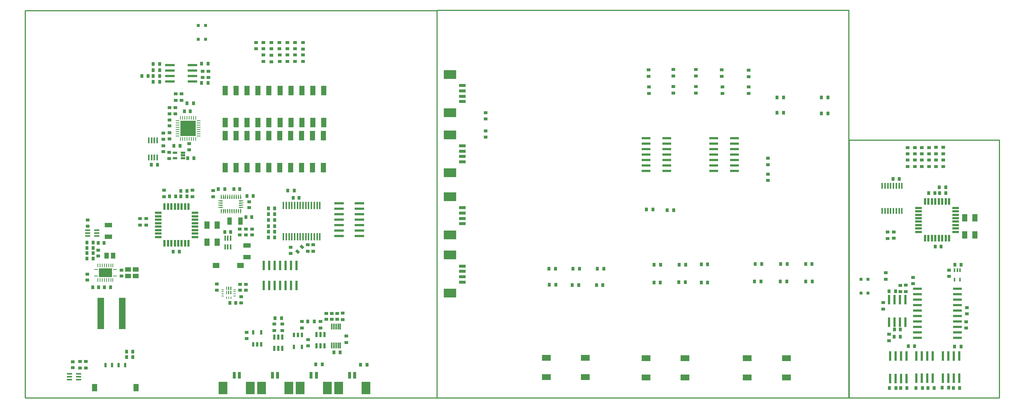
<source format=gtp>
G04*
G04 #@! TF.GenerationSoftware,Altium Limited,Altium Designer,18.1.9 (240)*
G04*
G04 Layer_Color=8421504*
%FSLAX44Y44*%
%MOMM*%
G71*
G01*
G75*
%ADD10R,0.9000X0.7000*%
%ADD11R,1.6000X0.8000*%
%ADD12R,3.0000X2.1000*%
%ADD13R,0.7000X0.9000*%
%ADD14R,2.0574X0.6096*%
%ADD15R,2.1000X1.4000*%
%ADD16C,0.2540*%
%ADD17R,0.8000X0.9000*%
%ADD18R,0.9000X0.8000*%
%ADD19R,0.4000X0.8500*%
%ADD20R,0.4500X1.4000*%
%ADD21R,0.6000X2.2000*%
%ADD22R,1.5000X0.5500*%
%ADD23R,0.5500X1.5000*%
%ADD24R,0.7500X0.7000*%
%ADD25R,1.2000X1.8000*%
%ADD26R,2.0000X0.6000*%
%ADD27R,0.8000X1.6000*%
%ADD28R,2.1000X3.0000*%
%ADD29R,0.6000X1.0000*%
%ADD30R,1.2500X1.8000*%
%ADD31R,1.1000X1.4000*%
%ADD32R,1.4000X1.1000*%
%ADD33R,0.2600X0.9000*%
%ADD34R,0.9000X0.2600*%
%ADD35R,3.0700X2.0700*%
%ADD36R,2.1844X0.5588*%
%ADD37R,0.5588X2.1844*%
%ADD38R,2.2000X0.6000*%
%ADD39R,1.1684X0.3556*%
%ADD40R,0.3556X1.1684*%
%ADD41R,1.2700X2.2600*%
%ADD42R,1.5000X1.2000*%
%ADD43R,1.6000X7.3500*%
%ADD45R,0.6000X0.2400*%
%ADD46R,0.2400X0.6000*%
G04:AMPARAMS|DCode=47|XSize=0.9mm|YSize=0.7mm|CornerRadius=0mm|HoleSize=0mm|Usage=FLASHONLY|Rotation=315.000|XOffset=0mm|YOffset=0mm|HoleType=Round|Shape=Rectangle|*
%AMROTATEDRECTD47*
4,1,4,-0.5657,0.0707,-0.0707,0.5657,0.5657,-0.0707,0.0707,-0.5657,-0.5657,0.0707,0.0*
%
%ADD47ROTATEDRECTD47*%

%ADD48R,0.6000X1.1000*%
%ADD49R,0.5588X1.2700*%
%ADD50R,0.3000X1.4500*%
%ADD51R,1.7000X1.1000*%
%ADD52R,0.4318X1.6510*%
%ADD53R,1.0000X1.8000*%
%ADD54R,0.2500X1.0000*%
%ADD55R,1.0000X0.2500*%
%ADD56R,0.4500X1.3500*%
%ADD57R,1.0000X0.4700*%
%ADD58R,0.8400X0.2600*%
%ADD59R,0.2600X0.8400*%
%ADD60R,3.6000X3.6000*%
G36*
X722954Y494821D02*
X722861Y494849D01*
X722776Y494895D01*
X722701Y494956D01*
X722639Y495031D01*
X722593Y495117D01*
X722565Y495210D01*
X722556Y495306D01*
Y502266D01*
X722565Y502363D01*
X722593Y502456D01*
X722639Y502541D01*
X722701Y502616D01*
X722776Y502678D01*
X722861Y502724D01*
X722954Y502752D01*
X723051Y502761D01*
X724261D01*
X724357Y502752D01*
X724450Y502724D01*
X724536Y502678D01*
X724611Y502616D01*
X724672Y502541D01*
X724718Y502456D01*
X724746Y502363D01*
X724756Y502266D01*
Y495306D01*
X724746Y495210D01*
X724718Y495117D01*
X724672Y495031D01*
X724611Y494956D01*
X724536Y494895D01*
X724450Y494849D01*
X724357Y494821D01*
X724261Y494811D01*
X723051D01*
X722954Y494821D01*
D02*
G37*
G36*
X727761Y494821D02*
X727667Y494850D01*
X727580Y494896D01*
X727503Y494959D01*
X727440Y495035D01*
X727394Y495122D01*
X727365Y495217D01*
X727356Y495315D01*
Y502257D01*
X727365Y502356D01*
X727394Y502450D01*
X727440Y502537D01*
X727503Y502614D01*
X727580Y502676D01*
X727667Y502723D01*
X727761Y502752D01*
X727860Y502761D01*
X729252D01*
X729350Y502752D01*
X729445Y502723D01*
X729532Y502676D01*
X729608Y502614D01*
X729671Y502537D01*
X729717Y502450D01*
X729746Y502356D01*
X729756Y502257D01*
Y495315D01*
X729746Y495217D01*
X729717Y495122D01*
X729671Y495035D01*
X729608Y494959D01*
X729532Y494896D01*
X729445Y494850D01*
X729350Y494821D01*
X729252Y494811D01*
X727860D01*
X727761Y494821D01*
D02*
G37*
G36*
X732754Y494821D02*
X732661Y494849D01*
X732576Y494895D01*
X732501Y494956D01*
X732439Y495031D01*
X732393Y495117D01*
X732365Y495210D01*
X732356Y495306D01*
Y502266D01*
X732365Y502363D01*
X732393Y502456D01*
X732439Y502541D01*
X732501Y502616D01*
X732576Y502678D01*
X732661Y502724D01*
X732754Y502752D01*
X732851Y502761D01*
X734061D01*
X734157Y502752D01*
X734250Y502724D01*
X734336Y502678D01*
X734411Y502616D01*
X734472Y502541D01*
X734518Y502456D01*
X734546Y502363D01*
X734556Y502266D01*
Y495306D01*
X734546Y495210D01*
X734518Y495117D01*
X734472Y495031D01*
X734411Y494956D01*
X734336Y494895D01*
X734250Y494849D01*
X734157Y494821D01*
X734061Y494811D01*
X732851D01*
X732754Y494821D01*
D02*
G37*
G36*
X722954Y504771D02*
X722861Y504799D01*
X722776Y504845D01*
X722701Y504906D01*
X722639Y504981D01*
X722593Y505067D01*
X722565Y505160D01*
X722556Y505256D01*
Y512216D01*
X722565Y512313D01*
X722593Y512406D01*
X722639Y512491D01*
X722701Y512566D01*
X722776Y512628D01*
X722861Y512674D01*
X722954Y512702D01*
X723051Y512711D01*
X724261D01*
X724357Y512702D01*
X724450Y512674D01*
X724536Y512628D01*
X724611Y512566D01*
X724672Y512491D01*
X724718Y512406D01*
X724746Y512313D01*
X724756Y512216D01*
Y505256D01*
X724746Y505160D01*
X724718Y505067D01*
X724672Y504981D01*
X724611Y504906D01*
X724536Y504845D01*
X724450Y504799D01*
X724357Y504771D01*
X724261Y504761D01*
X723051D01*
X722954Y504771D01*
D02*
G37*
G36*
X727761Y504771D02*
X727667Y504800D01*
X727580Y504846D01*
X727503Y504909D01*
X727440Y504985D01*
X727394Y505072D01*
X727365Y505167D01*
X727356Y505265D01*
Y512207D01*
X727365Y512306D01*
X727394Y512400D01*
X727440Y512487D01*
X727503Y512564D01*
X727580Y512626D01*
X727667Y512673D01*
X727761Y512702D01*
X727860Y512711D01*
X729252D01*
X729350Y512702D01*
X729445Y512673D01*
X729532Y512626D01*
X729608Y512564D01*
X729671Y512487D01*
X729717Y512400D01*
X729746Y512306D01*
X729756Y512207D01*
Y505265D01*
X729746Y505167D01*
X729717Y505072D01*
X729671Y504985D01*
X729608Y504909D01*
X729532Y504846D01*
X729445Y504800D01*
X729350Y504771D01*
X729252Y504761D01*
X727860D01*
X727761Y504771D01*
D02*
G37*
G36*
X732754Y504771D02*
X732661Y504799D01*
X732576Y504845D01*
X732501Y504906D01*
X732439Y504981D01*
X732393Y505067D01*
X732365Y505160D01*
X732356Y505256D01*
Y512216D01*
X732365Y512313D01*
X732393Y512406D01*
X732439Y512491D01*
X732501Y512566D01*
X732576Y512628D01*
X732661Y512674D01*
X732754Y512702D01*
X732851Y512711D01*
X734061D01*
X734157Y512702D01*
X734250Y512674D01*
X734336Y512628D01*
X734411Y512566D01*
X734472Y512491D01*
X734518Y512406D01*
X734546Y512313D01*
X734556Y512216D01*
Y505256D01*
X734546Y505160D01*
X734518Y505067D01*
X734472Y504981D01*
X734411Y504906D01*
X734336Y504845D01*
X734250Y504799D01*
X734157Y504771D01*
X734061Y504761D01*
X732851D01*
X732754Y504771D01*
D02*
G37*
G36*
X433814Y550170D02*
X451458D01*
Y538277D01*
X433814D01*
Y550170D01*
D02*
G37*
G36*
X749777Y692830D02*
X752250D01*
Y685850D01*
X749777D01*
Y692830D01*
D02*
G37*
G36*
X709711Y692830D02*
X712250D01*
Y685850D01*
X709711D01*
Y692830D01*
D02*
G37*
G36*
X739758Y692834D02*
X742250D01*
Y685850D01*
X739758D01*
Y692834D01*
D02*
G37*
G36*
X734751Y692843D02*
X737250D01*
Y685850D01*
X734751D01*
Y692843D01*
D02*
G37*
G36*
X729748Y692845D02*
X732250D01*
Y685850D01*
X729748D01*
Y692845D01*
D02*
G37*
G36*
X714742Y692845D02*
X717250D01*
Y685850D01*
X714742D01*
Y692845D01*
D02*
G37*
G36*
X719745Y692846D02*
X722250D01*
Y685850D01*
X719745D01*
Y692846D01*
D02*
G37*
G36*
X744753Y692846D02*
X747250D01*
Y685850D01*
X744753D01*
Y692846D01*
D02*
G37*
G36*
X724748Y692847D02*
X727250D01*
Y685850D01*
X724748D01*
Y692847D01*
D02*
G37*
G36*
X754755Y692847D02*
X757250D01*
Y685850D01*
X754755D01*
Y692847D01*
D02*
G37*
G36*
X752523Y698577D02*
X759516D01*
Y696115D01*
X752523D01*
Y698577D01*
D02*
G37*
G36*
X707483Y698617D02*
X714476D01*
Y696076D01*
X707483D01*
Y698617D01*
D02*
G37*
G36*
X752505Y703595D02*
X759505D01*
Y701105D01*
X752505D01*
Y703595D01*
D02*
G37*
G36*
X707498Y703602D02*
X714499D01*
Y701099D01*
X707498D01*
Y703602D01*
D02*
G37*
G36*
X752504Y708596D02*
X759507D01*
Y706107D01*
X752504D01*
Y708596D01*
D02*
G37*
G36*
X707482Y708618D02*
X714489D01*
Y706089D01*
X707482D01*
Y708618D01*
D02*
G37*
G36*
X752501Y713599D02*
X759502D01*
Y711102D01*
X752501D01*
Y713599D01*
D02*
G37*
G36*
X707494Y713606D02*
X714498D01*
Y711098D01*
X707494D01*
Y713606D01*
D02*
G37*
G36*
X744756Y723861D02*
X747250D01*
Y716850D01*
X744756D01*
Y723861D01*
D02*
G37*
G36*
X709734Y723863D02*
X712250D01*
Y716850D01*
X709734D01*
Y723863D01*
D02*
G37*
G36*
X714733Y723867D02*
X717250D01*
Y716850D01*
X714733D01*
Y723867D01*
D02*
G37*
G36*
X739756Y723867D02*
X742250D01*
Y716850D01*
X739756D01*
Y723867D01*
D02*
G37*
G36*
X719736Y723869D02*
X722250D01*
Y716850D01*
X719736D01*
Y723869D01*
D02*
G37*
G36*
X749767D02*
X752250D01*
Y716850D01*
X749767D01*
Y723869D01*
D02*
G37*
G36*
X754775Y723872D02*
X757250D01*
Y716850D01*
X754775D01*
Y723872D01*
D02*
G37*
G36*
X734752Y723881D02*
X737250D01*
Y716850D01*
X734752D01*
Y723881D01*
D02*
G37*
G36*
X729743Y723883D02*
X732250D01*
Y716850D01*
X729743D01*
Y723883D01*
D02*
G37*
G36*
X724733Y723887D02*
X727250D01*
Y716850D01*
X724733D01*
Y723887D01*
D02*
G37*
G36*
X618250Y878951D02*
X631647D01*
Y865530D01*
X618250D01*
Y878951D01*
D02*
G37*
G36*
X636250D02*
X649680D01*
Y865520D01*
X636250D01*
Y878951D01*
D02*
G37*
G36*
X618250Y896951D02*
X631648D01*
Y883552D01*
X618250D01*
Y896951D01*
D02*
G37*
G36*
X636250D02*
X649675D01*
Y883554D01*
X636250D01*
Y896951D01*
D02*
G37*
D10*
X1983208Y796544D02*
D03*
Y811544D02*
D03*
X1326208Y903036D02*
D03*
Y918036D02*
D03*
X1983208Y774896D02*
D03*
Y759896D02*
D03*
X1326206Y875616D02*
D03*
Y860616D02*
D03*
X1938200Y962536D02*
D03*
Y977536D02*
D03*
Y1016413D02*
D03*
Y1001413D02*
D03*
X1816063Y1018413D02*
D03*
Y1003413D02*
D03*
X1876208Y1017413D02*
D03*
Y1002413D02*
D03*
X1763208Y1018413D02*
D03*
Y1003413D02*
D03*
X1705663Y1017413D02*
D03*
Y1002413D02*
D03*
X1816063Y963536D02*
D03*
Y978536D02*
D03*
X1877513Y962536D02*
D03*
Y977536D02*
D03*
X1763378Y963231D02*
D03*
Y978231D02*
D03*
X1706588Y962536D02*
D03*
Y977536D02*
D03*
X2257916Y545084D02*
D03*
Y530084D02*
D03*
X2446560Y449058D02*
D03*
Y464058D02*
D03*
X2276368Y625334D02*
D03*
Y640334D02*
D03*
X2261814Y624946D02*
D03*
Y639946D02*
D03*
X2251618Y475572D02*
D03*
Y460572D02*
D03*
X2304464Y516128D02*
D03*
Y501128D02*
D03*
X2321504Y534416D02*
D03*
Y519416D02*
D03*
X2265278Y386948D02*
D03*
Y401948D02*
D03*
X2341900Y836600D02*
D03*
Y821600D02*
D03*
X2325390Y836600D02*
D03*
Y821600D02*
D03*
X2308880Y836600D02*
D03*
Y821600D02*
D03*
X2358410Y836600D02*
D03*
Y821600D02*
D03*
X2374920Y837050D02*
D03*
Y822050D02*
D03*
X2391430Y836930D02*
D03*
Y821930D02*
D03*
X2358410Y807150D02*
D03*
Y792150D02*
D03*
X2374920Y807150D02*
D03*
Y792150D02*
D03*
X2391430Y807270D02*
D03*
Y792270D02*
D03*
X2325538Y807271D02*
D03*
Y792271D02*
D03*
X2341900Y807270D02*
D03*
Y792270D02*
D03*
X2308880Y807270D02*
D03*
Y792270D02*
D03*
X924710Y595473D02*
D03*
Y610473D02*
D03*
X912010Y595425D02*
D03*
Y610425D02*
D03*
X872640Y604570D02*
D03*
Y589570D02*
D03*
X692001Y736850D02*
D03*
Y721850D02*
D03*
X792422Y1081250D02*
D03*
Y1066250D02*
D03*
X834342Y425600D02*
D03*
Y410600D02*
D03*
X853233Y425854D02*
D03*
Y410854D02*
D03*
X1002500Y397500D02*
D03*
Y382500D02*
D03*
X898932Y431750D02*
D03*
Y416750D02*
D03*
X941832Y431750D02*
D03*
Y416750D02*
D03*
X993742Y450780D02*
D03*
Y435780D02*
D03*
X382044Y338236D02*
D03*
Y323236D02*
D03*
X395666Y338236D02*
D03*
Y323236D02*
D03*
X536856Y655841D02*
D03*
Y670841D02*
D03*
X522356Y655841D02*
D03*
Y670841D02*
D03*
X577999Y736945D02*
D03*
Y721945D02*
D03*
X643632Y736945D02*
D03*
Y721945D02*
D03*
X591000Y914750D02*
D03*
Y929751D02*
D03*
X604000Y914750D02*
D03*
Y929751D02*
D03*
X605000Y946251D02*
D03*
Y961251D02*
D03*
X619000Y946251D02*
D03*
Y961251D02*
D03*
X809200Y1036849D02*
D03*
Y1051849D02*
D03*
X828100Y1036250D02*
D03*
Y1051250D02*
D03*
X847000Y1036849D02*
D03*
Y1051849D02*
D03*
X865000Y1036849D02*
D03*
Y1051849D02*
D03*
X882600Y1036849D02*
D03*
Y1051849D02*
D03*
X901100Y1036849D02*
D03*
Y1051849D02*
D03*
X809500Y1066333D02*
D03*
Y1081333D02*
D03*
X828100Y1066333D02*
D03*
Y1081333D02*
D03*
X846700Y1066333D02*
D03*
Y1081333D02*
D03*
X865300Y1066333D02*
D03*
Y1081333D02*
D03*
X901100Y1065750D02*
D03*
Y1080750D02*
D03*
X882900Y1066333D02*
D03*
Y1081333D02*
D03*
D11*
X1272208Y955986D02*
D03*
Y943486D02*
D03*
Y968486D02*
D03*
Y980986D02*
D03*
Y840616D02*
D03*
Y828116D02*
D03*
Y803116D02*
D03*
Y815616D02*
D03*
Y696536D02*
D03*
Y684036D02*
D03*
Y659036D02*
D03*
Y671536D02*
D03*
Y560678D02*
D03*
Y548178D02*
D03*
Y523178D02*
D03*
Y535678D02*
D03*
D12*
X1243208Y1006486D02*
D03*
Y917986D02*
D03*
Y777616D02*
D03*
Y866116D02*
D03*
Y633536D02*
D03*
Y722036D02*
D03*
Y497678D02*
D03*
Y586178D02*
D03*
D13*
X1529608Y554036D02*
D03*
X1544608D02*
D03*
X1528238Y516036D02*
D03*
X1543238D02*
D03*
X1777208Y564036D02*
D03*
X1792208D02*
D03*
X1718708Y564036D02*
D03*
X1733708D02*
D03*
X1584318Y516036D02*
D03*
X1599318D02*
D03*
X1954208Y565036D02*
D03*
X1969208D02*
D03*
X1776208Y522904D02*
D03*
X1791208D02*
D03*
X1489608Y516786D02*
D03*
X1474608D02*
D03*
X1700903Y692036D02*
D03*
X1715903D02*
D03*
X2086708Y525036D02*
D03*
X2071708D02*
D03*
X1733233Y522036D02*
D03*
X1718233D02*
D03*
X2019840Y917786D02*
D03*
X2004840D02*
D03*
X2027208Y524536D02*
D03*
X2012208D02*
D03*
X1967208Y524536D02*
D03*
X1952208D02*
D03*
X2123208Y915786D02*
D03*
X2108208D02*
D03*
X1843208Y522036D02*
D03*
X1828208D02*
D03*
X1601358Y554036D02*
D03*
X1586358D02*
D03*
X2086188Y565036D02*
D03*
X2071188D02*
D03*
X2028208D02*
D03*
X2013208D02*
D03*
X1843208Y564786D02*
D03*
X1828208D02*
D03*
X1489108Y554036D02*
D03*
X1474108D02*
D03*
X1763903Y691036D02*
D03*
X1748903D02*
D03*
X2019840Y953338D02*
D03*
X2004840D02*
D03*
X2123208Y953339D02*
D03*
X2108208D02*
D03*
X2433398Y563746D02*
D03*
X2418398D02*
D03*
X2433144Y373170D02*
D03*
X2418144D02*
D03*
X2280236Y501774D02*
D03*
X2265236D02*
D03*
X2324940Y374008D02*
D03*
X2309940D02*
D03*
X2382536Y744086D02*
D03*
X2397536D02*
D03*
X2266414Y276523D02*
D03*
X2281414D02*
D03*
X2343281Y276318D02*
D03*
X2328281D02*
D03*
X2403934Y277279D02*
D03*
X2388934D02*
D03*
X704425Y739750D02*
D03*
X719426D02*
D03*
X836378Y439182D02*
D03*
X851378D02*
D03*
X931272Y331549D02*
D03*
X946272D02*
D03*
X1050100Y330550D02*
D03*
X1035100D02*
D03*
X988090Y359714D02*
D03*
X973090D02*
D03*
X912750Y431750D02*
D03*
X927750D02*
D03*
X785585Y723600D02*
D03*
X770585D02*
D03*
X835566Y627222D02*
D03*
X820565D02*
D03*
X835566Y640746D02*
D03*
X820565D02*
D03*
X835566Y653746D02*
D03*
X820565D02*
D03*
X835566Y667846D02*
D03*
X820565D02*
D03*
X835566Y681022D02*
D03*
X820565D02*
D03*
X835566Y695171D02*
D03*
X820565D02*
D03*
X880900Y736750D02*
D03*
X865900D02*
D03*
X631500Y735750D02*
D03*
X616500D02*
D03*
X567720Y989380D02*
D03*
X552720D02*
D03*
X552650Y1002899D02*
D03*
X567650D02*
D03*
X552650Y1016850D02*
D03*
X567650D02*
D03*
X552650Y1030850D02*
D03*
X567650D02*
D03*
X680150Y986750D02*
D03*
X665150D02*
D03*
X680150Y1031750D02*
D03*
X665150D02*
D03*
X632723Y811751D02*
D03*
X647722D02*
D03*
X646500Y939750D02*
D03*
X631500D02*
D03*
D14*
X1699903Y858136D02*
D03*
Y845436D02*
D03*
Y832736D02*
D03*
Y820036D02*
D03*
Y807336D02*
D03*
Y794636D02*
D03*
Y781936D02*
D03*
X1747909D02*
D03*
Y794636D02*
D03*
Y807336D02*
D03*
Y820036D02*
D03*
Y832736D02*
D03*
Y845436D02*
D03*
Y858136D02*
D03*
X1857202D02*
D03*
Y845436D02*
D03*
Y832736D02*
D03*
Y820036D02*
D03*
Y807336D02*
D03*
Y794636D02*
D03*
Y781936D02*
D03*
X1905208D02*
D03*
Y794636D02*
D03*
Y807336D02*
D03*
Y820036D02*
D03*
Y832736D02*
D03*
Y845436D02*
D03*
Y858136D02*
D03*
D15*
X1558405Y302036D02*
D03*
Y347036D02*
D03*
X1467405Y302036D02*
D03*
Y347036D02*
D03*
X1790508Y301536D02*
D03*
Y346536D02*
D03*
X1699508Y301536D02*
D03*
Y346536D02*
D03*
X2026252Y301536D02*
D03*
Y346536D02*
D03*
X1935252Y301536D02*
D03*
Y346536D02*
D03*
D16*
X1213208Y254036D02*
Y1156328D01*
X2171804D01*
X2171804Y254036D01*
X1213208D02*
X2171804D01*
X2521910Y254120D02*
Y854120D01*
Y254120D02*
X2171910D01*
Y854120D01*
X2521910D02*
X2171910D01*
X1213000Y254050D02*
X254150D01*
X254150Y1155750D01*
X1213000D02*
X254150D01*
X1213000D02*
Y254050D01*
D17*
X2306714Y276726D02*
D03*
X2292714D02*
D03*
X2372670Y605910D02*
D03*
X2386670D02*
D03*
X2274902Y763764D02*
D03*
X2288902D02*
D03*
X2277928Y412870D02*
D03*
X2291928D02*
D03*
X2277532Y395852D02*
D03*
X2291532D02*
D03*
X2397036Y730878D02*
D03*
X2383036D02*
D03*
X2415484Y277100D02*
D03*
X2429484D02*
D03*
X2355946Y276770D02*
D03*
X2369946D02*
D03*
X2357696Y730502D02*
D03*
X2371696D02*
D03*
X745055Y475109D02*
D03*
X731055D02*
D03*
X740127Y739750D02*
D03*
X754127D02*
D03*
X601124Y840751D02*
D03*
X615124D02*
D03*
X412500Y578189D02*
D03*
X398500D02*
D03*
X412500Y590750D02*
D03*
X398500D02*
D03*
X412500Y602845D02*
D03*
X398500D02*
D03*
X412500Y615391D02*
D03*
X398500D02*
D03*
X438426Y614362D02*
D03*
X424426D02*
D03*
X411634Y511150D02*
D03*
X425634D02*
D03*
X453134Y511150D02*
D03*
X439134D02*
D03*
X490990Y361036D02*
D03*
X504990D02*
D03*
X490990Y348336D02*
D03*
X504990D02*
D03*
X719036Y639985D02*
D03*
X733036D02*
D03*
X768249Y674665D02*
D03*
X782249D02*
D03*
X892466Y719465D02*
D03*
X878466D02*
D03*
X613499Y594031D02*
D03*
X599499D02*
D03*
X591000Y722945D02*
D03*
X605000D02*
D03*
X617000Y722945D02*
D03*
X631000D02*
D03*
X540550Y1002899D02*
D03*
X526550D02*
D03*
X548500Y796875D02*
D03*
X562500D02*
D03*
X625000Y920750D02*
D03*
X639000D02*
D03*
D18*
X2405324Y536934D02*
D03*
Y550934D02*
D03*
X2445202Y430792D02*
D03*
Y416792D02*
D03*
X2291786Y515120D02*
D03*
Y501120D02*
D03*
X400586Y667445D02*
D03*
Y653445D02*
D03*
X757705Y489110D02*
D03*
Y475109D02*
D03*
X700369Y518703D02*
D03*
Y504703D02*
D03*
X755152Y518109D02*
D03*
Y504109D02*
D03*
X768141Y518109D02*
D03*
Y504109D02*
D03*
X913000Y375000D02*
D03*
Y389000D02*
D03*
X981242Y436476D02*
D03*
Y450476D02*
D03*
X968411Y436476D02*
D03*
Y450476D02*
D03*
X769770Y406056D02*
D03*
Y392056D02*
D03*
X955190Y436476D02*
D03*
Y450476D02*
D03*
X424650Y583750D02*
D03*
Y597750D02*
D03*
X478686Y537372D02*
D03*
Y551372D02*
D03*
X399134Y528000D02*
D03*
Y542000D02*
D03*
X365444Y337736D02*
D03*
Y323736D02*
D03*
X753808Y632854D02*
D03*
Y646854D02*
D03*
X768810Y632854D02*
D03*
Y646854D02*
D03*
X782807Y646854D02*
D03*
Y632854D02*
D03*
X776500Y710550D02*
D03*
Y696550D02*
D03*
X667650Y999750D02*
D03*
Y1013750D02*
D03*
X681650Y999750D02*
D03*
Y1013750D02*
D03*
X591000Y856751D02*
D03*
Y870751D02*
D03*
X576624Y856050D02*
D03*
Y870051D02*
D03*
X576000Y840751D02*
D03*
Y826751D02*
D03*
X590001Y825201D02*
D03*
Y811201D02*
D03*
X636500Y831500D02*
D03*
Y845500D02*
D03*
X591000Y886751D02*
D03*
Y900751D02*
D03*
D19*
X2430620Y551120D02*
D03*
X2424120D02*
D03*
X2417620D02*
D03*
Y528620D02*
D03*
X2430620D02*
D03*
D20*
X2249656Y688721D02*
D03*
X2256156D02*
D03*
X2262656D02*
D03*
X2269156D02*
D03*
X2275656D02*
D03*
X2282156D02*
D03*
X2288656D02*
D03*
X2295156D02*
D03*
X2249656Y747721D02*
D03*
X2256156D02*
D03*
X2262656D02*
D03*
X2269156D02*
D03*
X2275656D02*
D03*
X2282156D02*
D03*
X2288656D02*
D03*
X2295156D02*
D03*
D21*
X2402956Y299476D02*
D03*
Y351476D02*
D03*
X2390256Y299476D02*
D03*
X2415656D02*
D03*
X2428356D02*
D03*
X2390256Y351476D02*
D03*
X2415656D02*
D03*
X2428356D02*
D03*
X2303724Y482304D02*
D03*
X2291024D02*
D03*
X2265624D02*
D03*
X2303724Y430304D02*
D03*
X2291024D02*
D03*
X2265624D02*
D03*
X2278324Y482304D02*
D03*
Y430304D02*
D03*
X2367224Y351332D02*
D03*
X2354524D02*
D03*
X2329124D02*
D03*
X2367224Y299332D02*
D03*
X2354524D02*
D03*
X2329124D02*
D03*
X2341824Y351332D02*
D03*
Y299332D02*
D03*
X2305756Y350824D02*
D03*
X2293056D02*
D03*
X2267656D02*
D03*
X2305756Y298824D02*
D03*
X2293056D02*
D03*
X2267656D02*
D03*
X2280356Y350824D02*
D03*
Y298824D02*
D03*
D22*
X2334130Y640140D02*
D03*
Y648140D02*
D03*
Y656140D02*
D03*
Y664140D02*
D03*
Y672140D02*
D03*
Y680140D02*
D03*
Y688140D02*
D03*
Y696140D02*
D03*
X2420130D02*
D03*
Y688140D02*
D03*
Y680140D02*
D03*
Y672140D02*
D03*
Y664140D02*
D03*
Y656140D02*
D03*
Y648140D02*
D03*
Y640140D02*
D03*
X649999Y628445D02*
D03*
Y636445D02*
D03*
Y644445D02*
D03*
Y652445D02*
D03*
Y660445D02*
D03*
Y668445D02*
D03*
Y676445D02*
D03*
Y684445D02*
D03*
X564000D02*
D03*
Y676445D02*
D03*
Y668445D02*
D03*
Y660445D02*
D03*
Y652445D02*
D03*
Y644445D02*
D03*
Y636445D02*
D03*
Y628445D02*
D03*
D23*
X2349130Y711140D02*
D03*
X2357130D02*
D03*
X2365130D02*
D03*
X2373130D02*
D03*
X2381130D02*
D03*
X2389130D02*
D03*
X2397130D02*
D03*
X2405130D02*
D03*
Y625140D02*
D03*
X2397130D02*
D03*
X2389130D02*
D03*
X2381130D02*
D03*
X2373130D02*
D03*
X2365130D02*
D03*
X2357130D02*
D03*
X2349130D02*
D03*
X578999Y613445D02*
D03*
X586999D02*
D03*
X594999D02*
D03*
X602999D02*
D03*
X610999D02*
D03*
X618999D02*
D03*
X626999D02*
D03*
X634999D02*
D03*
Y699445D02*
D03*
X626999D02*
D03*
X618999D02*
D03*
X610999D02*
D03*
X602999D02*
D03*
X594999D02*
D03*
X586999D02*
D03*
X578999D02*
D03*
D24*
X2216350Y529962D02*
D03*
Y497962D02*
D03*
X2199850D02*
D03*
Y529962D02*
D03*
X674250Y1088750D02*
D03*
Y1120750D02*
D03*
X657750D02*
D03*
Y1088750D02*
D03*
D25*
X2465330Y632900D02*
D03*
Y672900D02*
D03*
X2441330D02*
D03*
Y632900D02*
D03*
X677750Y615833D02*
D03*
Y655833D02*
D03*
X701750D02*
D03*
Y615833D02*
D03*
D26*
X2424138Y393312D02*
D03*
Y406012D02*
D03*
Y418712D02*
D03*
Y431412D02*
D03*
Y444112D02*
D03*
Y456812D02*
D03*
Y469512D02*
D03*
Y482212D02*
D03*
Y494912D02*
D03*
Y507612D02*
D03*
X2331138D02*
D03*
Y494912D02*
D03*
Y482212D02*
D03*
Y469512D02*
D03*
Y456812D02*
D03*
Y444112D02*
D03*
Y431412D02*
D03*
Y418712D02*
D03*
Y406012D02*
D03*
Y393312D02*
D03*
D27*
X741001Y306070D02*
D03*
X753501D02*
D03*
X830001Y306070D02*
D03*
X842501D02*
D03*
X920001D02*
D03*
X932501D02*
D03*
X1009501Y306070D02*
D03*
X1022001D02*
D03*
D28*
X779001Y277070D02*
D03*
X715501D02*
D03*
X868001Y277070D02*
D03*
X804501D02*
D03*
X958001D02*
D03*
X894501D02*
D03*
X1047501Y277070D02*
D03*
X984001D02*
D03*
D29*
X441950Y329650D02*
D03*
X456950D02*
D03*
X471950D02*
D03*
X486950D02*
D03*
D30*
X415900Y277750D02*
D03*
X513000D02*
D03*
D31*
X444200Y584850D02*
D03*
X459200D02*
D03*
D32*
X494400Y537550D02*
D03*
Y552550D02*
D03*
X511900Y537640D02*
D03*
Y552640D02*
D03*
D33*
X458984Y528150D02*
D03*
X423984Y561850D02*
D03*
Y528150D02*
D03*
X428984D02*
D03*
X433984D02*
D03*
X438984D02*
D03*
X443984D02*
D03*
X448984D02*
D03*
X453984D02*
D03*
X458984Y561850D02*
D03*
X453984D02*
D03*
X448984D02*
D03*
X443984D02*
D03*
X438984D02*
D03*
X433984D02*
D03*
X428984D02*
D03*
D34*
X463334Y537500D02*
D03*
X419634Y552500D02*
D03*
Y537500D02*
D03*
X463334Y552500D02*
D03*
D35*
X441484Y545000D02*
D03*
D36*
X1032622Y706850D02*
D03*
Y694150D02*
D03*
Y681450D02*
D03*
Y668750D02*
D03*
Y656050D02*
D03*
Y643350D02*
D03*
Y630650D02*
D03*
X985378D02*
D03*
Y643350D02*
D03*
Y656050D02*
D03*
Y668750D02*
D03*
Y681450D02*
D03*
Y694150D02*
D03*
Y706850D02*
D03*
D37*
X809900Y562372D02*
D03*
X822600D02*
D03*
X835300D02*
D03*
X848000D02*
D03*
X860700D02*
D03*
X873400D02*
D03*
X886100D02*
D03*
Y515128D02*
D03*
X873400D02*
D03*
X860700D02*
D03*
X848000D02*
D03*
X835300D02*
D03*
X822600D02*
D03*
X809900D02*
D03*
D38*
X643650Y1003050D02*
D03*
X591650D02*
D03*
X643650Y990350D02*
D03*
Y1015750D02*
D03*
Y1028450D02*
D03*
X591650Y990350D02*
D03*
Y1015750D02*
D03*
Y1028450D02*
D03*
D39*
X358030Y309667D02*
D03*
Y303063D02*
D03*
Y296459D02*
D03*
X378858D02*
D03*
Y303063D02*
D03*
Y309667D02*
D03*
X400586Y644122D02*
D03*
Y637518D02*
D03*
Y630914D02*
D03*
X421414D02*
D03*
Y637518D02*
D03*
Y644122D02*
D03*
D40*
X733009Y625819D02*
D03*
X726405D02*
D03*
X719801D02*
D03*
Y604991D02*
D03*
X726405D02*
D03*
X733009D02*
D03*
D41*
X898400Y789750D02*
D03*
X949200D02*
D03*
X923800D02*
D03*
X847600D02*
D03*
X873000D02*
D03*
Y864350D02*
D03*
X847600D02*
D03*
X923800D02*
D03*
X949200D02*
D03*
X898400D02*
D03*
X771400Y789620D02*
D03*
X822200D02*
D03*
X796800D02*
D03*
X720600D02*
D03*
X746000D02*
D03*
Y864220D02*
D03*
X720600D02*
D03*
X796800D02*
D03*
X822200D02*
D03*
X771400D02*
D03*
Y894550D02*
D03*
X822200D02*
D03*
X796800D02*
D03*
X720600D02*
D03*
X746000D02*
D03*
Y969150D02*
D03*
X720600D02*
D03*
X796800D02*
D03*
X822200D02*
D03*
X771400D02*
D03*
X898500Y894550D02*
D03*
X949300D02*
D03*
X923900D02*
D03*
X847700D02*
D03*
X873100D02*
D03*
Y969150D02*
D03*
X847700D02*
D03*
X923900D02*
D03*
X949300D02*
D03*
X898500D02*
D03*
D42*
X698650Y561850D02*
D03*
X755650D02*
D03*
D43*
X430250Y450476D02*
D03*
X480250D02*
D03*
D45*
X714556Y505711D02*
D03*
Y500711D02*
D03*
Y495711D02*
D03*
Y490711D02*
D03*
X742556D02*
D03*
Y495711D02*
D03*
Y500711D02*
D03*
Y505711D02*
D03*
D46*
X723556Y486711D02*
D03*
X728556D02*
D03*
X733556D02*
D03*
D47*
X898932Y605070D02*
D03*
X888326Y594464D02*
D03*
D48*
X785102Y406476D02*
D03*
X804102D02*
D03*
Y378476D02*
D03*
X794602D02*
D03*
X785102D02*
D03*
X898932Y371968D02*
D03*
X879932D02*
D03*
Y399968D02*
D03*
X889432D02*
D03*
X898932D02*
D03*
D49*
X853276Y369078D02*
D03*
X843878D02*
D03*
X834480D02*
D03*
Y394986D02*
D03*
X843878D02*
D03*
X853276D02*
D03*
X951230Y375014D02*
D03*
X941832D02*
D03*
X932434D02*
D03*
Y400922D02*
D03*
X941832D02*
D03*
X951230D02*
D03*
D50*
X988130Y419462D02*
D03*
X983130D02*
D03*
X978130D02*
D03*
X973130D02*
D03*
X968130D02*
D03*
X988130Y375462D02*
D03*
X983130D02*
D03*
X978130D02*
D03*
X973130D02*
D03*
X968130D02*
D03*
D51*
X448140Y629236D02*
D03*
Y656236D02*
D03*
X771250Y608723D02*
D03*
Y581723D02*
D03*
D52*
X940394Y701518D02*
D03*
X934044D02*
D03*
X927440D02*
D03*
X921090D02*
D03*
X914486D02*
D03*
X907882D02*
D03*
X901532D02*
D03*
X894928D02*
D03*
X888578D02*
D03*
X881974D02*
D03*
X875370D02*
D03*
X869020D02*
D03*
X862416D02*
D03*
X856066D02*
D03*
Y628874D02*
D03*
X862416D02*
D03*
X869020D02*
D03*
X875370D02*
D03*
X881974D02*
D03*
X888578D02*
D03*
X894928D02*
D03*
X901532D02*
D03*
X907882D02*
D03*
X914486D02*
D03*
X921090D02*
D03*
X927440D02*
D03*
X934044D02*
D03*
X940394D02*
D03*
D53*
X755500Y665250D02*
D03*
X730500D02*
D03*
D54*
X756000Y687850D02*
D03*
X751000D02*
D03*
X746000D02*
D03*
X741000D02*
D03*
X736000D02*
D03*
X731000D02*
D03*
X726000D02*
D03*
X721000D02*
D03*
X716000D02*
D03*
X711000D02*
D03*
Y721850D02*
D03*
X716000D02*
D03*
X721000D02*
D03*
X726000D02*
D03*
X731000D02*
D03*
X736000D02*
D03*
X741000D02*
D03*
X746000D02*
D03*
X751000D02*
D03*
X756000D02*
D03*
D55*
X757500Y712350D02*
D03*
Y707350D02*
D03*
Y702350D02*
D03*
Y697350D02*
D03*
X709500Y712350D02*
D03*
Y707350D02*
D03*
Y702350D02*
D03*
Y697350D02*
D03*
D56*
X562000Y853375D02*
D03*
X555500D02*
D03*
X549000D02*
D03*
X542500D02*
D03*
X562000Y813875D02*
D03*
X555500D02*
D03*
X549000D02*
D03*
X542500D02*
D03*
D57*
X621574Y811700D02*
D03*
Y824701D02*
D03*
X603574Y811700D02*
D03*
Y824701D02*
D03*
X621574Y818201D02*
D03*
D58*
X658300Y863751D02*
D03*
Y868750D02*
D03*
Y873751D02*
D03*
Y878750D02*
D03*
Y883751D02*
D03*
Y888750D02*
D03*
Y893751D02*
D03*
Y898750D02*
D03*
X609600D02*
D03*
Y893751D02*
D03*
Y888750D02*
D03*
Y883751D02*
D03*
Y878750D02*
D03*
Y873751D02*
D03*
Y868750D02*
D03*
Y863751D02*
D03*
D59*
X616450Y856901D02*
D03*
X621450D02*
D03*
X626450D02*
D03*
X631450D02*
D03*
X636450D02*
D03*
X641450D02*
D03*
X646450D02*
D03*
X651450D02*
D03*
Y905601D02*
D03*
X646450D02*
D03*
X641450D02*
D03*
X636450D02*
D03*
X631450D02*
D03*
X626450D02*
D03*
X621450D02*
D03*
X616450D02*
D03*
D60*
X633950Y881251D02*
D03*
M02*

</source>
